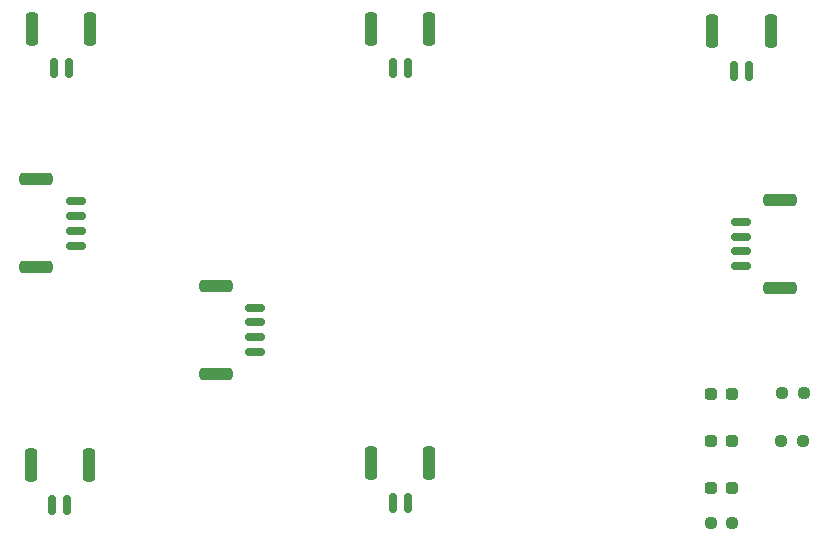
<source format=gtp>
G04 #@! TF.GenerationSoftware,KiCad,Pcbnew,8.0.4*
G04 #@! TF.CreationDate,2025-03-20T14:50:27-05:00*
G04 #@! TF.ProjectId,Turret,54757272-6574-42e6-9b69-6361645f7063,rev?*
G04 #@! TF.SameCoordinates,Original*
G04 #@! TF.FileFunction,Paste,Top*
G04 #@! TF.FilePolarity,Positive*
%FSLAX46Y46*%
G04 Gerber Fmt 4.6, Leading zero omitted, Abs format (unit mm)*
G04 Created by KiCad (PCBNEW 8.0.4) date 2025-03-20 14:50:27*
%MOMM*%
%LPD*%
G01*
G04 APERTURE LIST*
G04 Aperture macros list*
%AMRoundRect*
0 Rectangle with rounded corners*
0 $1 Rounding radius*
0 $2 $3 $4 $5 $6 $7 $8 $9 X,Y pos of 4 corners*
0 Add a 4 corners polygon primitive as box body*
4,1,4,$2,$3,$4,$5,$6,$7,$8,$9,$2,$3,0*
0 Add four circle primitives for the rounded corners*
1,1,$1+$1,$2,$3*
1,1,$1+$1,$4,$5*
1,1,$1+$1,$6,$7*
1,1,$1+$1,$8,$9*
0 Add four rect primitives between the rounded corners*
20,1,$1+$1,$2,$3,$4,$5,0*
20,1,$1+$1,$4,$5,$6,$7,0*
20,1,$1+$1,$6,$7,$8,$9,0*
20,1,$1+$1,$8,$9,$2,$3,0*%
G04 Aperture macros list end*
%ADD10RoundRect,0.150000X-0.150000X-0.700000X0.150000X-0.700000X0.150000X0.700000X-0.150000X0.700000X0*%
%ADD11RoundRect,0.250000X-0.250000X-1.150000X0.250000X-1.150000X0.250000X1.150000X-0.250000X1.150000X0*%
%ADD12RoundRect,0.237500X-0.287500X-0.237500X0.287500X-0.237500X0.287500X0.237500X-0.287500X0.237500X0*%
%ADD13RoundRect,0.150000X-0.700000X0.150000X-0.700000X-0.150000X0.700000X-0.150000X0.700000X0.150000X0*%
%ADD14RoundRect,0.250000X-1.150000X0.250000X-1.150000X-0.250000X1.150000X-0.250000X1.150000X0.250000X0*%
%ADD15RoundRect,0.150000X0.700000X-0.150000X0.700000X0.150000X-0.700000X0.150000X-0.700000X-0.150000X0*%
%ADD16RoundRect,0.250000X1.150000X-0.250000X1.150000X0.250000X-1.150000X0.250000X-1.150000X-0.250000X0*%
%ADD17RoundRect,0.237500X0.250000X0.237500X-0.250000X0.237500X-0.250000X-0.237500X0.250000X-0.237500X0*%
%ADD18RoundRect,0.237500X-0.250000X-0.237500X0.250000X-0.237500X0.250000X0.237500X-0.250000X0.237500X0*%
G04 APERTURE END LIST*
D10*
X82189000Y-81328000D03*
X83439000Y-81328000D03*
D11*
X80339000Y-77978000D03*
X85289000Y-77978000D03*
D12*
X109125001Y-80100000D03*
X110874999Y-80100000D03*
D10*
X111073000Y-44752000D03*
X112323000Y-44752000D03*
D11*
X109223000Y-41402000D03*
X114173000Y-41402000D03*
D12*
X109125001Y-72100000D03*
X110874999Y-72100000D03*
D13*
X111633000Y-57561000D03*
X111633000Y-58811000D03*
X111633000Y-60061000D03*
X111633000Y-61311000D03*
D14*
X114983000Y-55711000D03*
X114983000Y-63161000D03*
D10*
X53487000Y-44577000D03*
X54737000Y-44577000D03*
D11*
X51637000Y-41227000D03*
X56587000Y-41227000D03*
D12*
X109125001Y-76100000D03*
X110874999Y-76100000D03*
D10*
X53360000Y-81534000D03*
X54610000Y-81534000D03*
D11*
X51510000Y-78184000D03*
X56460000Y-78184000D03*
D15*
X55350000Y-59575000D03*
X55350000Y-58325000D03*
X55350000Y-57075000D03*
X55350000Y-55825000D03*
D16*
X52000000Y-61425000D03*
X52000000Y-53975000D03*
D17*
X116912500Y-76100000D03*
X115087500Y-76100000D03*
D18*
X109087500Y-83100000D03*
X110912500Y-83100000D03*
D17*
X117000000Y-72080000D03*
X115175000Y-72080000D03*
D10*
X82189000Y-44577000D03*
X83439000Y-44577000D03*
D11*
X80339000Y-41227000D03*
X85289000Y-41227000D03*
D15*
X70550000Y-68575000D03*
X70550000Y-67325000D03*
X70550000Y-66075000D03*
X70550000Y-64825000D03*
D16*
X67200000Y-70425000D03*
X67200000Y-62975000D03*
M02*

</source>
